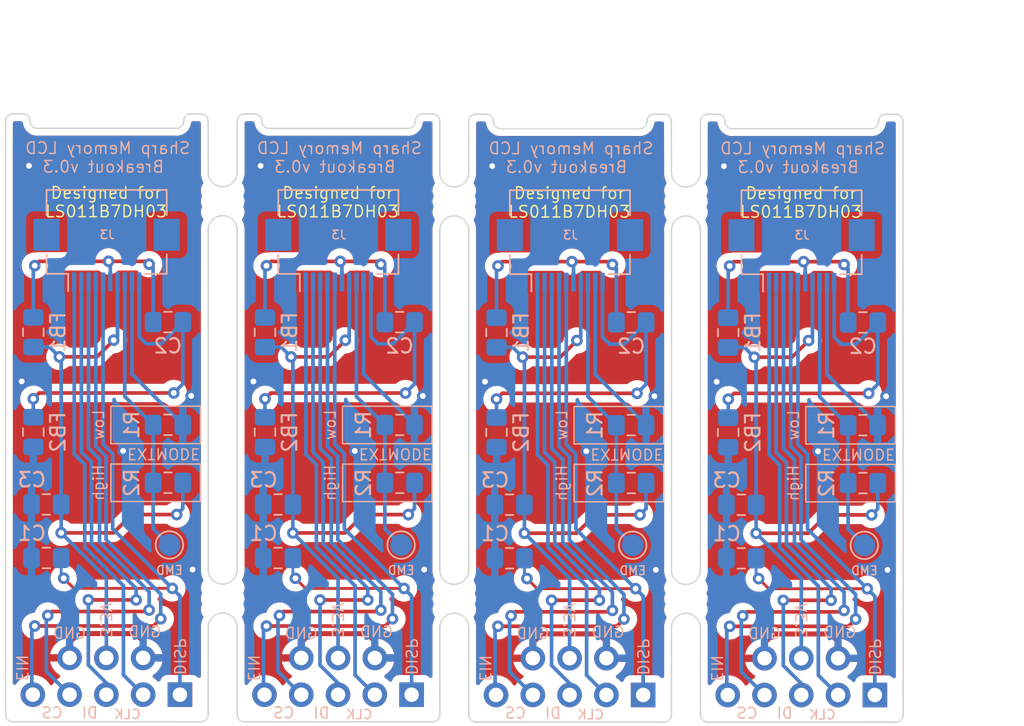
<source format=kicad_pcb>
(kicad_pcb (version 20210228) (generator pcbnew)
  (title_block (title "SHARP Memory LCD Breakout") (date "2021-11-28") (rev "v0.3"))
  (layers (0 "F.Cu" signal) (31 "B.Cu" signal) (34 "B.Paste" user) (35 "F.Paste" user) (36 "B.SilkS" user "B.Silkscreen") (37 "F.SilkS" user "F.Silkscreen") (38 "B.Mask" user) (39 "F.Mask" user) (44 "Edge.Cuts" user))
  (net 0 "")
  (net 1 "GND")
  (net 2 "/DISP")
  (net 3 "+3V3")
  (net 4 "VDDA")
  (net 5 "GNDA")
  (net 6 "/SCLK")
  (net 7 "/SI")
  (net 8 "/SCS")
  (net 9 "/EXTCOMIN")
  (net 10 "/EXTMODE")
  (footprint "SharpMemoryLcdBreakout:mouse-bite-2mm-slot" (layer "F.Cu") (at 85.580808 70.095236 90)
    (fp_text reference "mouse-bite-2mm-slot" hide)
    (fp_text value "VAL**" hide)
  )
  (footprint "SharpMemoryLcdBreakout:PinSocket_2Row_5+3_P2.54mm_Vertical" (layer "F.Cu") (at 82.635095 76.724601 -90)
    (fp_text reference "J1" hide)
    (fp_text value "Pin Header" hide)
  )
  (footprint "" (layer "F.Cu") (at 86.330808 70.095236)
    (fp_text reference "")
    (fp_text value "")
  )
  (footprint "SharpMemoryLcdBreakout:mouse-bite-2mm-slot" (layer "F.Cu") (at 85.580808 42.635037 90)
    (fp_text reference "mouse-bite-2mm-slot" hide)
    (fp_text value "VAL**" hide)
  )
  (footprint "SharpMemoryLcdBreakout:PinSocket_2Row_5+3_P2.54mm_Vertical" (layer "F.Cu") (at 114.625 76.745 -90)
    (fp_text reference "J1" hide)
    (fp_text value "Pin Header" hide)
  )
  (footprint "SharpMemoryLcdBreakout:mouse-bite-2mm-slot" (layer "F.Cu") (at 69.590046 42.619601 90)
    (fp_text reference "mouse-bite-2mm-slot" hide)
    (fp_text value "VAL**" hide)
  )
  (footprint "" (layer "F.Cu") (at 70.340046 70.0798)
    (fp_text reference "")
    (fp_text value "")
  )
  (footprint "SharpMemoryLcdBreakout:mouse-bite-2mm-slot" (layer "F.Cu") (at 101.579951 70.100199 90)
    (fp_text reference "mouse-bite-2mm-slot" hide)
    (fp_text value "VAL**" hide)
  )
  (footprint "SharpMemoryLcdBreakout:PinSocket_2Row_5+3_P2.54mm_Vertical" (layer "F.Cu") (at 98.625857 76.740037 -90)
    (fp_text reference "J1" hide)
    (fp_text value "Pin Header" hide)
  )
  (footprint "SharpMemoryLcdBreakout:PinSocket_2Row_5+3_P2.54mm_Vertical" (layer "F.Cu") (at 66.635952 76.719638 -90)
    (fp_text reference "J1" hide)
    (fp_text value "Pin Header" hide)
  )
  (footprint "SharpMemoryLcdBreakout:mouse-bite-2mm-slot" (layer "F.Cu") (at 69.590046 70.0798 90)
    (fp_text reference "mouse-bite-2mm-slot" hide)
    (fp_text value "VAL**" hide)
  )
  (footprint "SharpMemoryLcdBreakout:mouse-bite-2mm-slot" (layer "F.Cu") (at 101.579951 42.64 90)
    (fp_text reference "mouse-bite-2mm-slot" hide)
    (fp_text value "VAL**" hide)
  )
  (footprint "" (layer "F.Cu") (at 102.329951 70.100199)
    (fp_text reference "")
    (fp_text value "")
  )
  (footprint "Capacitor_SMD:C_0805_2012Metric_Pad1.15x1.40mm_HandSolder" (layer "B.Cu") (at 81.810095 50.979601)
    (fp_text reference "C2")
    (fp_text value "1uF")
  )
  (footprint "Resistor_SMD:R_0805_2012Metric_Pad1.15x1.40mm_HandSolder" (layer "B.Cu") (at 81.810095 62.079601 180)
    (fp_text reference "R2")
    (fp_text value "10kΩ")
  )
  (footprint "Capacitor_SMD:C_0805_2012Metric_Pad1.15x1.40mm_HandSolder" (layer "B.Cu") (at 97.800857 50.995037)
    (fp_text reference "C2")
    (fp_text value "1uF")
  )
  (footprint "Capacitor_SMD:C_0805_2012Metric_Pad1.15x1.40mm_HandSolder" (layer "B.Cu") (at 89.400857 67.295037 180)
    (fp_text reference "C1")
    (fp_text value "560pF")
  )
  (footprint "Capacitor_SMD:C_0805_2012Metric_Pad1.15x1.40mm_HandSolder" (layer "B.Cu") (at 73.410095 67.279601 180)
    (fp_text reference "C1")
    (fp_text value "560pF")
  )
  (footprint "Connector_FFC-FPC:Hirose_FH12-10S-0.5SH_1x10-1MP_P0.50mm_Horizontal" (layer "B.Cu") (at 109.565 46.365)
    (fp_text reference "J3")
    (fp_text value "FH12-10S-0.5SH")
  )
  (footprint "Resistor_SMD:R_0805_2012Metric_Pad1.15x1.40mm_HandSolder" (layer "B.Cu") (at 72.510095 58.579601 -90)
    (fp_text reference "FB2")
    (fp_text value "Ferrite_Bead")
  )
  (footprint "TestPoint:TestPoint_Pad_D1.5mm" (layer "B.Cu") (at 81.910095 66.379601 180)
    (fp_text reference "J2" hide)
    (fp_text value "EMD")
  )
  (footprint "Resistor_SMD:R_0805_2012Metric_Pad1.15x1.40mm_HandSolder" (layer "B.Cu") (at 56.510952 58.574638 -90)
    (fp_text reference "FB2")
    (fp_text value "Ferrite_Bead")
  )
  (footprint "TestPoint:TestPoint_Pad_D1.5mm" (layer "B.Cu") (at 65.910952 66.374638 180)
    (fp_text reference "J2" hide)
    (fp_text value "EMD")
  )
  (footprint "TestPoint:TestPoint_Pad_D1.5mm" (layer "B.Cu") (at 113.9 66.4 180)
    (fp_text reference "J2" hide)
    (fp_text value "EMD")
  )
  (footprint "Capacitor_SMD:C_0805_2012Metric_Pad1.15x1.40mm_HandSolder" (layer "B.Cu") (at 105.4 63.6 180)
    (fp_text reference "C3")
    (fp_text value "1uF")
  )
  (footprint "Capacitor_SMD:C_0805_2012Metric_Pad1.15x1.40mm_HandSolder" (layer "B.Cu") (at 89.400857 63.595037 180)
    (fp_text reference "C3")
    (fp_text value "1uF")
  )
  (footprint "Connector_FFC-FPC:Hirose_FH12-10S-0.5SH_1x10-1MP_P0.50mm_Horizontal" (layer "B.Cu") (at 93.565857 46.360037)
    (fp_text reference "J3")
    (fp_text value "FH12-10S-0.5SH")
  )
  (footprint "Resistor_SMD:R_0805_2012Metric_Pad1.15x1.40mm_HandSolder" (layer "B.Cu") (at 113.8 58.1)
    (fp_text reference "R1")
    (fp_text value "10kΩ")
  )
  (footprint "Connector_FFC-FPC:Hirose_FH12-10S-0.5SH_1x10-1MP_P0.50mm_Horizontal" (layer "B.Cu") (at 61.575952 46.339638)
    (fp_text reference "J3")
    (fp_text value "FH12-10S-0.5SH")
  )
  (footprint "Resistor_SMD:R_0805_2012Metric_Pad1.15x1.40mm_HandSolder" (layer "B.Cu") (at 56.510952 51.674638 -90)
    (fp_text reference "FB1")
    (fp_text value "Ferrite_Bead")
  )
  (footprint "Capacitor_SMD:C_0805_2012Metric_Pad1.15x1.40mm_HandSolder" (layer "B.Cu") (at 105.4 67.3 180)
    (fp_text reference "C1")
    (fp_text value "560pF")
  )
  (footprint "Resistor_SMD:R_0805_2012Metric_Pad1.15x1.40mm_HandSolder" (layer "B.Cu") (at 97.800857 58.095037)
    (fp_text reference "R1")
    (fp_text value "10kΩ")
  )
  (footprint "Capacitor_SMD:C_0805_2012Metric_Pad1.15x1.40mm_HandSolder" (layer "B.Cu") (at 65.810952 50.974638)
    (fp_text reference "C2")
    (fp_text value "1uF")
  )
  (footprint "Resistor_SMD:R_0805_2012Metric_Pad1.15x1.40mm_HandSolder" (layer "B.Cu") (at 65.810952 62.074638 180)
    (fp_text reference "R2")
    (fp_text value "10kΩ")
  )
  (footprint "Resistor_SMD:R_0805_2012Metric_Pad1.15x1.40mm_HandSolder" (layer "B.Cu") (at 97.800857 62.095037 180)
    (fp_text reference "R2")
    (fp_text value "10kΩ")
  )
  (footprint "Capacitor_SMD:C_0805_2012Metric_Pad1.15x1.40mm_HandSolder" (layer "B.Cu") (at 57.410952 63.574638 180)
    (fp_text reference "C3")
    (fp_text value "1uF")
  )
  (footprint "Resistor_SMD:R_0805_2012Metric_Pad1.15x1.40mm_HandSolder" (layer "B.Cu") (at 65.810952 58.074638)
    (fp_text reference "R1")
    (fp_text value "10kΩ")
  )
  (footprint "Resistor_SMD:R_0805_2012Metric_Pad1.15x1.40mm_HandSolder" (layer "B.Cu") (at 104.5 58.6 -90)
    (fp_text reference "FB2")
    (fp_text value "Ferrite_Bead")
  )
  (footprint "Resistor_SMD:R_0805_2012Metric_Pad1.15x1.40mm_HandSolder" (layer "B.Cu") (at 113.8 62.1 180)
    (fp_text reference "R2")
    (fp_text value "10kΩ")
  )
  (footprint "TestPoint:TestPoint_Pad_D1.5mm" (layer "B.Cu") (at 97.900857 66.395037 180)
    (fp_text reference "J2" hide)
    (fp_text value "EMD")
  )
  (footprint "Capacitor_SMD:C_0805_2012Metric_Pad1.15x1.40mm_HandSolder" (layer "B.Cu") (at 113.8 51)
    (fp_text reference "C2")
    (fp_text value "1uF")
  )
  (footprint "Resistor_SMD:R_0805_2012Metric_Pad1.15x1.40mm_HandSolder" (layer "B.Cu") (at 104.5 51.7 -90)
    (fp_text reference "FB1")
    (fp_text value "Ferrite_Bead")
  )
  (footprint "Capacitor_SMD:C_0805_2012Metric_Pad1.15x1.40mm_HandSolder" (layer "B.Cu") (at 57.410952 67.274638 180)
    (fp_text reference "C1")
    (fp_text value "560pF")
  )
  (footprint "Resistor_SMD:R_0805_2012Metric_Pad1.15x1.40mm_HandSolder" (layer "B.Cu") (at 88.500857 58.595037 -90)
    (fp_text reference "FB2")
    (fp_text value "Ferrite_Bead")
  )
  (footprint "Resistor_SMD:R_0805_2012Metric_Pad1.15x1.40mm_HandSolder" (layer "B.Cu") (at 72.510095 51.679601 -90)
    (fp_text reference "FB1")
    (fp_text value "Ferrite_Bead")
  )
  (footprint "Connector_FFC-FPC:Hirose_FH12-10S-0.5SH_1x10-1MP_P0.50mm_Horizontal" (layer "B.Cu") (at 77.575095 46.344601)
    (fp_text reference "J3")
    (fp_text value "FH12-10S-0.5SH")
  )
  (footprint "Resistor_SMD:R_0805_2012Metric_Pad1.15x1.40mm_HandSolder" (layer "B.Cu") (at 81.810095 58.079601)
    (fp_text reference "R1")
    (fp_text value "10kΩ")
  )
  (footprint "Resistor_SMD:R_0805_2012Metric_Pad1.15x1.40mm_HandSolder" (layer "B.Cu") (at 88.500857 51.695037 -90)
    (fp_text reference "FB1")
    (fp_text value "Ferrite_Bead")
  )
  (footprint "Capacitor_SMD:C_0805_2012Metric_Pad1.15x1.40mm_HandSolder" (layer "B.Cu") (at 73.410095 63.579601 180)
    (fp_text reference "C3")
    (fp_text value "1uF")
  )
  (gr_rect (start 61.865952 56.784638) (end 68.055952 59.374638) (layer "B.SilkS") (width 0.1) (fill none))
  (gr_rect (start 93.855857 60.805037) (end 100.045857 63.395037) (layer "B.SilkS") (width 0.1) (fill none))
  (gr_rect (start 109.855 60.81) (end 116.045 63.4) (layer "B.SilkS") (width 0.1) (fill none))
  (gr_rect (start 93.855857 56.805037) (end 100.045857 59.395037) (layer "B.SilkS") (width 0.1) (fill none))
  (gr_rect (start 77.865095 60.789601) (end 84.055095 63.379601) (layer "B.SilkS") (width 0.1) (fill none))
  (gr_rect (start 61.865952 60.784638) (end 68.055952 63.374638) (layer "B.SilkS") (width 0.1) (fill none))
  (gr_rect (start 77.865095 56.789601) (end 84.055095 59.379601) (layer "B.SilkS") (width 0.1) (fill none))
  (gr_rect (start 109.855 56.81) (end 116.045 59.4) (layer "B.SilkS") (width 0.1) (fill none))
  (gr_line (start 99.386055 36.606339) (end 100.072432 36.610061) (layer "Edge.Cuts") (width 0.1))
  (gr_line (start 116.571674 39.118623) (end 116.576475 78.116376) (layer "Edge.Cuts") (width 0.1))
  (gr_arc (start 84.08167 37.094724) (end 84.08167 36.594625) (angle 90) (layer "Edge.Cuts") (width 0.1))
  (gr_line (start 70.590294 44.619601) (end 70.590095 68.0798) (layer "Edge.Cuts") (width 0.1))
  (gr_arc (start 101.58 44.64) (end 102.580199 44.64) (angle -180) (layer "Edge.Cuts") (width 0.1))
  (gr_line (start 84.580658 44.635037) (end 84.580759 68.095236) (layer "Edge.Cuts") (width 0.1))
  (gr_arc (start 100.077233 78.111414) (end 100.577332 78.111413) (angle 90) (layer "Edge.Cuts") (width 0.1))
  (gr_line (start 54.590952 77.644638) (end 54.595952 78.089539) (layer "Edge.Cuts") (width 0.1))
  (gr_arc (start 104.785 37.111401) (end 104.284901 37.111401) (angle -90) (layer "Edge.Cuts") (width 0.1))
  (gr_arc (start 85.580808 68.095236) (end 86.580857 68.095236) (angle 180) (layer "Edge.Cuts") (width 0.1))
  (gr_line (start 87.085956 78.610037) (end 100.077234 78.611513) (layer "Edge.Cuts") (width 0.1))
  (gr_line (start 100.579801 72.100199) (end 100.577332 78.111413) (layer "Edge.Cuts") (width 0.1))
  (gr_arc (start 72.795095 37.091002) (end 72.294996 37.091002) (angle -90) (layer "Edge.Cuts") (width 0.1))
  (gr_arc (start 116.076376 78.116377) (end 116.576475 78.116376) (angle 90) (layer "Edge.Cuts") (width 0.1))
  (gr_line (start 55.096051 78.589638) (end 68.087329 78.591114) (layer "Edge.Cuts") (width 0.1))
  (gr_line (start 100.579801 44.64) (end 100.579902 68.100199) (layer "Edge.Cuts") (width 0.1))
  (gr_arc (start 55.795754 37.086039) (end 56.295853 37.086039) (angle -90) (layer "Edge.Cuts") (width 0.1))
  (gr_line (start 86.581056 44.635037) (end 86.580857 68.095236) (layer "Edge.Cuts") (width 0.1))
  (gr_arc (start 100.072432 37.11016) (end 100.072432 36.610061) (angle 90) (layer "Edge.Cuts") (width 0.1))
  (gr_arc (start 68.087328 78.091015) (end 68.587427 78.091014) (angle 90) (layer "Edge.Cuts") (width 0.1))
  (gr_arc (start 87.085956 78.109939) (end 86.585857 78.109938) (angle -90) (layer "Edge.Cuts") (width 0.1))
  (gr_line (start 103.085 36.611401) (end 103.784802 36.611302) (layer "Edge.Cuts") (width 0.1))
  (gr_arc (start 98.385857 37.106438) (end 98.885956 37.106438) (angle 90) (layer "Edge.Cuts") (width 0.1))
  (gr_line (start 70.590294 72.0798) (end 70.590095 77.649601) (layer "Edge.Cuts") (width 0.1))
  (gr_line (start 68.589896 72.0798) (end 68.587427 78.091014) (layer "Edge.Cuts") (width 0.1))
  (gr_arc (start 114.385 37.111401) (end 114.885099 37.111401) (angle 90) (layer "Edge.Cuts") (width 0.1))
  (gr_arc (start 85.580857 44.635037) (end 86.581056 44.635037) (angle -180) (layer "Edge.Cuts") (width 0.1))
  (gr_line (start 55.095952 36.586039) (end 55.795754 36.58594) (layer "Edge.Cuts") (width 0.1))
  (gr_line (start 54.591151 44.614638) (end 54.590952 68.074837) (layer "Edge.Cuts") (width 0.1))
  (gr_arc (start 99.386055 37.106438) (end 98.885956 37.106438) (angle 90) (layer "Edge.Cuts") (width 0.1))
  (gr_arc (start 83.395293 37.091002) (end 82.895194 37.091002) (angle 90) (layer "Edge.Cuts") (width 0.1))
  (gr_arc (start 82.395095 37.091002) (end 82.895194 37.091002) (angle 90) (layer "Edge.Cuts") (width 0.1))
  (gr_line (start 84.580658 72.095236) (end 84.58657 78.095977) (layer "Edge.Cuts") (width 0.1))
  (gr_arc (start 69.590095 44.619601) (end 70.590294 44.619601) (angle -180) (layer "Edge.Cuts") (width 0.1))
  (gr_line (start 102.580199 44.64) (end 102.58 68.100199) (layer "Edge.Cuts") (width 0.1))
  (gr_line (start 86.581056 72.095236) (end 86.580857 77.665037) (layer "Edge.Cuts") (width 0.1))
  (gr_line (start 71.095194 78.594601) (end 84.086472 78.596077) (layer "Edge.Cuts") (width 0.1))
  (gr_line (start 102.58 39.59) (end 102.58 40.64) (layer "Edge.Cuts") (width 0.1))
  (gr_line (start 68.589896 44.619601) (end 68.589997 68.0798) (layer "Edge.Cuts") (width 0.1))
  (gr_arc (start 88.785857 37.106438) (end 88.285758 37.106438) (angle -90) (layer "Edge.Cuts") (width 0.1))
  (gr_arc (start 55.096051 78.08954) (end 54.595952 78.089539) (angle -90) (layer "Edge.Cuts") (width 0.1))
  (gr_line (start 86.580857 77.665037) (end 86.585857 78.109938) (layer "Edge.Cuts") (width 0.1))
  (gr_line (start 70.590095 77.649601) (end 70.595095 78.094502) (layer "Edge.Cuts") (width 0.1))
  (gr_line (start 71.095095 36.591002) (end 71.794897 36.590903) (layer "Edge.Cuts") (width 0.1))
  (gr_arc (start 87.085857 37.106537) (end 87.085857 36.606438) (angle -90) (layer "Edge.Cuts") (width 0.1))
  (gr_arc (start 71.794897 37.091002) (end 72.294996 37.091002) (angle -90) (layer "Edge.Cuts") (width 0.1))
  (gr_line (start 54.590952 39.564638) (end 54.591151 44.614638) (layer "Edge.Cuts") (width 0.1))
  (gr_arc (start 69.590046 68.0798) (end 70.590095 68.0798) (angle 180) (layer "Edge.Cuts") (width 0.1))
  (gr_arc (start 85.580857 72.095236) (end 86.581056 72.095236) (angle -180) (layer "Edge.Cuts") (width 0.1))
  (gr_line (start 67.39615 36.58594) (end 68.082527 36.589662) (layer "Edge.Cuts") (width 0.1))
  (gr_arc (start 67.39615 37.086039) (end 66.896051 37.086039) (angle 90) (layer "Edge.Cuts") (width 0.1))
  (gr_line (start 86.580857 39.585037) (end 86.580857 40.635037) (layer "Edge.Cuts") (width 0.1))
  (gr_line (start 54.590952 39.564638) (end 54.595853 37.086138) (layer "Edge.Cuts") (width 0.1))
  (gr_arc (start 115.385198 37.111401) (end 114.885099 37.111401) (angle 90) (layer "Edge.Cuts") (width 0.1))
  (gr_arc (start 66.395952 37.086039) (end 66.896051 37.086039) (angle 90) (layer "Edge.Cuts") (width 0.1))
  (gr_arc (start 116.071575 37.115123) (end 116.071575 36.615024) (angle 90) (layer "Edge.Cuts") (width 0.1))
  (gr_arc (start 103.085099 78.114902) (end 102.585 78.114901) (angle -90) (layer "Edge.Cuts") (width 0.1))
  (gr_arc (start 103.085 37.1115) (end 103.085 36.611401) (angle -90) (layer "Edge.Cuts") (width 0.1))
  (gr_arc (start 101.579951 68.100199) (end 102.58 68.100199) (angle 180) (layer "Edge.Cuts") (width 0.1))
  (gr_line (start 116.571674 37.115123) (end 116.571674 39.118623) (layer "Edge.Cuts") (width 0.1))
  (gr_line (start 115.385198 36.611302) (end 116.071575 36.615024) (layer "Edge.Cuts") (width 0.1))
  (gr_line (start 70.590095 39.569601) (end 70.594996 37.091101) (layer "Edge.Cuts") (width 0.1))
  (gr_line (start 68.582626 37.089761) (end 68.589997 40.619601) (layer "Edge.Cuts") (width 0.1))
  (gr_arc (start 85.580808 40.635037) (end 86.580857 40.635037) (angle 180) (layer "Edge.Cuts") (width 0.1))
  (gr_arc (start 71.095095 37.091101) (end 71.095095 36.591002) (angle -90) (layer "Edge.Cuts") (width 0.1))
  (gr_line (start 103.085099 78.615) (end 116.076377 78.616476) (layer "Edge.Cuts") (width 0.1))
  (gr_line (start 87.085857 36.606438) (end 87.785659 36.606339) (layer "Edge.Cuts") (width 0.1))
  (gr_arc (start 71.095194 78.094503) (end 70.595095 78.094502) (angle -90) (layer "Edge.Cuts") (width 0.1))
  (gr_line (start 104.785 37.6115) (end 114.385 37.6115) (layer "Edge.Cuts") (width 0.1))
  (gr_arc (start 69.590046 40.619601) (end 70.590095 40.619601) (angle 180) (layer "Edge.Cuts") (width 0.1))
  (gr_arc (start 101.579951 40.64) (end 102.58 40.64) (angle 180) (layer "Edge.Cuts") (width 0.1))
  (gr_line (start 88.785857 37.606537) (end 98.385857 37.606537) (layer "Edge.Cuts") (width 0.1))
  (gr_line (start 102.580199 72.100199) (end 102.58 77.67) (layer "Edge.Cuts") (width 0.1))
  (gr_arc (start 68.082527 37.089761) (end 68.082527 36.589662) (angle 90) (layer "Edge.Cuts") (width 0.1))
  (gr_line (start 102.58 39.59) (end 102.584901 37.1115) (layer "Edge.Cuts") (width 0.1))
  (gr_arc (start 55.095952 37.086138) (end 55.095952 36.586039) (angle -90) (layer "Edge.Cuts") (width 0.1))
  (gr_arc (start 87.785659 37.106438) (end 88.285758 37.106438) (angle -90) (layer "Edge.Cuts") (width 0.1))
  (gr_arc (start 69.590095 72.0798) (end 70.590294 72.0798) (angle -180) (layer "Edge.Cuts") (width 0.1))
  (gr_arc (start 103.784802 37.111401) (end 104.284901 37.111401) (angle -90) (layer "Edge.Cuts") (width 0.1))
  (gr_arc (start 101.58 72.100199) (end 102.580199 72.100199) (angle -180) (layer "Edge.Cuts") (width 0.1))
  (gr_line (start 83.395293 36.590903) (end 84.08167 36.594625) (layer "Edge.Cuts") (width 0.1))
  (gr_line (start 72.795095 37.591101) (end 82.395095 37.591101) (layer "Edge.Cuts") (width 0.1))
  (gr_line (start 86.580857 39.585037) (end 86.585758 37.106537) (layer "Edge.Cuts") (width 0.1))
  (gr_line (start 70.590095 39.569601) (end 70.590095 40.619601) (layer "Edge.Cuts") (width 0.1))
  (gr_arc (start 56.795952 37.086039) (end 56.295853 37.086039) (angle -90) (layer "Edge.Cuts") (width 0.1))
  (gr_line (start 102.58 77.67) (end 102.585 78.114901) (layer "Edge.Cuts") (width 0.1))
  (gr_arc (start 84.086471 78.095978) (end 84.58657 78.095977) (angle 90) (layer "Edge.Cuts") (width 0.1))
  (gr_line (start 84.581769 37.094724) (end 84.580759 40.635037) (layer "Edge.Cuts") (width 0.1))
  (gr_line (start 100.572531 37.11016) (end 100.579902 40.64) (layer "Edge.Cuts") (width 0.1))
  (gr_line (start 56.795952 37.586138) (end 66.395952 37.586138) (layer "Edge.Cuts") (width 0.1))
  (gr_line (start 54.590952 68.074837) (end 54.590952 77.644638) (layer "Edge.Cuts") (width 0.1))
  (gr_text "High" (at 61.010952 62.074638 90) (layer "B.SilkS") (effects (font (size 0.75 0.75) (thickness 0.1)) (justify mirror)))
  (gr_text "EXTMODE" (at 65.510952 60.074638 180) (layer "B.SilkS") (effects (font (size 0.75 0.75) (thickness 0.1)) (justify mirror)))
  (gr_text "High" (at 93.000857 62.095037 90) (layer "B.SilkS") (effects (font (size 0.75 0.75) (thickness 0.1)) (justify mirror)))
  (gr_text "High" (at 77.010095 62.079601 90) (layer "B.SilkS") (effects (font (size 0.75 0.75) (thickness 0.1)) (justify mirror)))
  (gr_text "Low" (at 77.010095 58.079601 90) (layer "B.SilkS") (effects (font (size 0.75 0.75) (thickness 0.1)) (justify mirror)))
  (gr_text "EIN" (at 71.710095 74.879601 270) (layer "B.SilkS") (effects (font (size 0.75 0.75) (thickness 0.1)) (justify mirror)))
  (gr_text "DISP" (at 114.6 74.1 270) (layer "B.SilkS") (effects (font (size 0.75 0.75) (thickness 0.1)) (justify mirror)))
  (gr_text "GND" (at 59.010952 72.474638) (layer "B.SilkS") (effects (font (size 0.75 0.75) (thickness 0.1)) (justify mirror)))
  (gr_text "CLK" (at 95.000857 78.095037) (layer "B.SilkS") (effects (font (size 0.65 0.65) (thickness 0.1)) (justify mirror)))
  (gr_text "CS" (at 73.810095 77.979601) (layer "B.SilkS") (effects (font (size 0.75 0.75) (thickness 0.1)) (justify mirror)))
  (gr_text "Low" (at 93.000857 58.095037 90) (layer "B.SilkS") (effects (font (size 0.75 0.75) (thickness 0.1)) (justify mirror)))
  (gr_text "EIN" (at 103.7 74.9 270) (layer "B.SilkS") (effects (font (size 0.75 0.75) (thickness 0.1)) (justify mirror)))
  (gr_text "EXTMODE" (at 113.5 60.1 180) (layer "B.SilkS") (effects (font (size 0.75 0.75) (thickness 0.1)) (justify mirror)))
  (gr_text "CLK" (at 79.010095 78.079601) (layer "B.SilkS") (effects (font (size 0.65 0.65) (thickness 0.1)) (justify mirror)))
  (gr_text "CS" (at 105.8 78) (layer "B.SilkS") (effects (font (size 0.75 0.75) (thickness 0.1)) (justify mirror)))
  (gr_text "GND" (at 91.000857 72.495037) (layer "B.SilkS") (effects (font (size 0.75 0.75) (thickness 0.1)) (justify mirror)))
  (gr_text "GND" (at 80.210095 72.379601) (layer "B.SilkS") (effects (font (size 0.75 0.75) (thickness 0.1)) (justify mirror)))
  (gr_text "DISP" (at 66.610952 74.074638 270) (layer "B.SilkS") (effects (font (size 0.75 0.75) (thickness 0.1)) (justify mirror)))
  (gr_text "Low" (at 61.010952 58.074638 90) (layer "B.SilkS") (effects (font (size 0.75 0.75) (thickness 0.1)) (justify mirror)))
  (gr_text "DISP" (at 82.610095 74.079601 270) (layer "B.SilkS") (effects (font (size 0.75 0.75) (thickness 0.1)) (justify mirror)))
  (gr_text "GND" (at 96.200857 72.395037) (layer "B.SilkS") (effects (font (size 0.75 0.75) (thickness 0.1)) (justify mirror)))
  (gr_text "GND" (at 64.210952 72.374638) (layer "B.SilkS") (effects (font (size 0.75 0.75) (thickness 0.1)) (justify mirror)))
  (gr_text "EIN" (at 87.700857 74.895037 270) (layer "B.SilkS") (effects (font (size 0.75 0.75) (thickness 0.1)) (justify mirror)))
  (gr_text "3.3V" (at 77.510095 71.579601 270) (layer "B.SilkS") (effects (font (size 0.75 0.75) (thickness 0.1)) (justify mirror)))
  (gr_text "GND" (at 75.010095 72.479601) (layer "B.SilkS") (effects (font (size 0.75 0.75) (thickness 0.1)) (justify mirror)))
  (gr_text "Sharp Memory LCD \nBreakout v0.3" (at 61.340952 39.594638) (layer "B.SilkS") (effects (font (size 0.8 0.8) (thickness 0.1)) (justify mirror)))
  (gr_text "Sharp Memory LCD \nBreakout v0.3" (at 93.330857 39.615037) (layer "B.SilkS") (effects (font (size 0.8 0.8) (thickness 0.1)) (justify mirror)))
  (gr_text "GND" (at 107 72.5) (layer "B.SilkS") (effects (font (size 0.75 0.75) (thickness 0.1)) (justify mirror)))
  (gr_text "3.3V" (at 61.510952 71.574638 270) (layer "B.SilkS") (effects (font (size 0.75 0.75) (thickness 0.1)) (justify mirror)))
  (gr_text "DISP" (at 98.600857 74.095037 270) (layer "B.SilkS") (effects (font (size 0.75 0.75) (thickness 0.1)) (justify mirror)))
  (gr_text "GND" (at 112.2 72.4) (layer "B.SilkS") (effects (font (size 0.75 0.75) (thickness 0.1)) (justify mirror)))
  (gr_text "DI" (at 76.410095 77.979601) (layer "B.SilkS") (effects (font (size 0.75 0.75) (thickness 0.1)) (justify mirror)))
  (gr_text "Sharp Memory LCD \nBreakout v0.3" (at 109.33 39.62) (layer "B.SilkS") (effects (font (size 0.8 0.8) (thickness 0.1)) (justify mirror)))
  (gr_text "EIN" (at 55.710952 74.874638 270) (layer "B.SilkS") (effects (font (size 0.75 0.75) (thickness 0.1)) (justify mirror)))
  (gr_text "Sharp Memory LCD \nBreakout v0.3" (at 77.340095 39.599601) (layer "B.SilkS") (effects (font (size 0.8 0.8) (thickness 0.1)) (justify mirror)))
  (gr_text "CLK" (at 63.010952 78.074638) (layer "B.SilkS") (effects (font (size 0.65 0.65) (thickness 0.1)) (justify mirror)))
  (gr_text "DI" (at 60.410952 77.974638) (layer "B.SilkS") (effects (font (size 0.75 0.75) (thickness 0.1)) (justify mirror)))
  (gr_text "EXTMODE" (at 81.510095 60.079601 180) (layer "B.SilkS") (effects (font (size 0.75 0.75) (thickness 0.1)) (justify mirror)))
  (gr_text "EXTMODE" (at 97.500857 60.095037 180) (layer "B.SilkS") (effects (font (size 0.75 0.75) (thickness 0.1)) (justify mirror)))
  (gr_text "DI" (at 92.400857 77.995037) (layer "B.SilkS") (effects (font (size 0.75 0.75) (thickness 0.1)) (justify mirror)))
  (gr_text "CLK" (at 111 78.1) (layer "B.SilkS") (effects (font (size 0.65 0.65) (thickness 0.1)) (justify mirror)))
  (gr_text "DI" (at 108.4 78) (layer "B.SilkS") (effects (font (size 0.75 0.75) (thickness 0.1)) (justify mirror)))
  (gr_text "3.3V" (at 109.5 71.6 270) (layer "B.SilkS") (effects (font (size 0.75 0.75) (thickness 0.1)) (justify mirror)))
  (gr_text "3.3V" (at 93.500857 71.595037 270) (layer "B.SilkS") (effects (font (size 0.75 0.75) (thickness 0.1)) (justify mirror)))
  (gr_text "CS" (at 89.800857 77.995037) (layer "B.SilkS") (effects (font (size 0.75 0.75) (thickness 0.1)) (justify mirror)))
  (gr_text "High" (at 109 62.1 90) (layer "B.SilkS") (effects (font (size 0.75 0.75) (thickness 0.1)) (justify mirror)))
  (gr_text "CS" (at 57.810952 77.974638) (layer "B.SilkS") (effects (font (size 0.75 0.75) (thickness 0.1)) (justify mirror)))
  (gr_text "Low" (at 109 58.1 90) (layer "B.SilkS") (effects (font (size 0.75 0.75) (thickness 0.1)) (justify mirror)))
  (gr_text "Designed for\nLS011B7DH03" (at 61.540952 42.684638) (layer "F.SilkS") (effects (font (size 0.8 0.8) (thickness 0.1))))
  (gr_text "Designed for\nLS011B7DH03" (at 77.540095 42.689601) (layer "F.SilkS") (effects (font (size 0.8 0.8) (thickness 0.1))))
  (gr_text "Designed for\nLS011B7DH03" (at 93.530857 42.705037) (layer "F.SilkS") (effects (font (size 0.8 0.8) (thickness 0.1))))
  (gr_text "Designed for\nLS011B7DH03" (at 109.53 42.71) (layer "F.SilkS") (effects (font (size 0.8 0.8) (thickness 0.1))))
  (segment (start 63.565952 72.499638) (end 64.095952 73.029638) (width 0.35) (layer "F.Cu") (net 1))
  (segment (start 80.095095 73.034601) (end 80.095095 74.184601) (width 0.35) (layer "F.Cu") (net 1))
  (segment (start 59.625952 72.499638) (end 63.565952 72.499638) (width 0.35) (layer "F.Cu") (net 1))
  (segment (start 96.085857 73.050037) (end 96.085857 74.200037) (width 0.35) (layer "F.Cu") (net 1))
  (segment (start 107.615 72.525) (end 111.555 72.525) (width 0.35) (layer "F.Cu") (net 1))
  (segment (start 91.005857 73.130037) (end 91.615857 72.520037) (width 0.35) (layer "F.Cu") (net 1))
  (segment (start 95.555857 72.520037) (end 96.085857 73.050037) (width 0.35) (layer "F.Cu") (net 1))
  (segment (start 64.095952 73.029638) (end 64.095952 74.179638) (width 0.35) (layer "F.Cu") (net 1))
  (segment (start 107.005 73.135) (end 107.615 72.525) (width 0.35) (layer "F.Cu") (net 1))
  (segment (start 91.615857 72.520037) (end 95.555857 72.520037) (width 0.35) (layer "F.Cu") (net 1))
  (segment (start 107.005 74.205) (end 107.005 73.135) (width 0.35) (layer "F.Cu") (net 1))
  (segment (start 59.015952 74.179638) (end 59.015952 73.109638) (width 0.35) (layer "F.Cu") (net 1))
  (segment (start 112.085 73.055) (end 112.085 74.205) (width 0.35) (layer "F.Cu") (net 1))
  (segment (start 75.015095 74.184601) (end 75.015095 73.114601) (width 0.35) (layer "F.Cu") (net 1))
  (segment (start 59.015952 73.109638) (end 59.625952 72.499638) (width 0.35) (layer "F.Cu") (net 1))
  (segment (start 91.005857 74.200037) (end 91.005857 73.130037) (width 0.35) (layer "F.Cu") (net 1))
  (segment (start 75.625095 72.504601) (end 79.565095 72.504601) (width 0.35) (layer "F.Cu") (net 1))
  (segment (start 79.565095 72.504601) (end 80.095095 73.034601) (width 0.35) (layer "F.Cu") (net 1))
  (segment (start 111.555 72.525) (end 112.085 73.055) (width 0.35) (layer "F.Cu") (net 1))
  (segment (start 75.015095 73.114601) (end 75.625095 72.504601) (width 0.35) (layer "F.Cu") (net 1))
  (via (at 72.210095 40.179601) (size 0.8) (drill 0.4) (layers "F.Cu" "B.Cu") (net 1))
  (via (at 110.7 59.9) (size 0.8) (drill 0.4) (layers "F.Cu" "B.Cu") (net 1))
  (via (at 115.5 68.1) (size 0.8) (drill 0.4) (layers "F.Cu" "B.Cu") (net 1))
  (via (at 115.4 56.1) (size 0.8) (drill 0.4) (layers "F.Cu" "B.Cu") (net 1))
  (via (at 104.2 40.2) (size 0.8) (drill 0.4) (layers "F.Cu" "B.Cu") (net 1))
  (via (at 67.410952 56.074638) (size 0.8) (drill 0.4) (layers "F.Cu" "B.Cu") (net 1))
  (via (at 71.710095 55.079601) (size 0.8) (drill 0.4) (layers "F.Cu" "B.Cu") (net 1))
  (via (at 87.700857 55.095037) (size 0.8) (drill 0.4) (layers "F.Cu" "B.Cu") (net 1))
  (via (at 62.710952 59.874638) (size 0.8) (drill 0.4) (layers "F.Cu" "B.Cu") (net 1))
  (via (at 55.710952 55.074638) (size 0.8) (drill 0.4) (layers "F.Cu" "B.Cu") (net 1))
  (via (at 88.200857 40.195037) (size 0.8) (drill 0.4) (layers "F.Cu" "B.Cu") (net 1))
  (via (at 103.7 55.1) (size 0.8) (drill 0.4) (layers "F.Cu" "B.Cu") (net 1))
  (via (at 67.510952 68.074638) (size 0.8) (drill 0.4) (layers "F.Cu" "B.Cu") (net 1))
  (via (at 94.700857 59.895037) (size 0.8) (drill 0.4) (layers "F.Cu" "B.Cu") (net 1))
  (via (at 78.710095 59.879601) (size 0.8) (drill 0.4) (layers "F.Cu" "B.Cu") (net 1))
  (via (at 56.210952 40.174638) (size 0.8) (drill 0.4) (layers "F.Cu" "B.Cu") (net 1))
  (via (at 83.510095 68.079601) (size 0.8) (drill 0.4) (layers "F.Cu" "B.Cu") (net 1))
  (via (at 99.500857 68.095037) (size 0.8) (drill 0.4) (layers "F.Cu" "B.Cu") (net 1))
  (via (at 83.410095 56.079601) (size 0.8) (drill 0.4) (layers "F.Cu" "B.Cu") (net 1))
  (via (at 99.400857 56.095037) (size 0.8) (drill 0.4) (layers "F.Cu" "B.Cu") (net 1))
  (segment (start 79.325095 48.194601) (end 79.325095 54.569601) (width 0.254) (layer "B.Cu") (net 1))
  (segment (start 95.315857 48.210037) (end 95.315857 54.585037) (width 0.254) (layer "B.Cu") (net 1))
  (segment (start 79.325095 54.569601) (end 82.835095 58.079601) (width 0.254) (layer "B.Cu") (net 1))
  (segment (start 95.315857 54.585037) (end 98.825857 58.095037) (width 0.254) (layer "B.Cu") (net 1))
  (segment (start 111.315 54.59) (end 114.825 58.1) (width 0.254) (layer "B.Cu") (net 1))
  (segment (start 63.325952 54.564638) (end 66.835952 58.074638) (width 0.254) (layer "B.Cu") (net 1))
  (segment (start 111.315 48.215) (end 111.315 54.59) (width 0.254) (layer "B.Cu") (net 1))
  (segment (start 63.325952 48.189638) (end 63.325952 54.564638) (width 0.254) (layer "B.Cu") (net 1))
  (segment (start 91.300857 69.395037) (end 98.100857 69.395037) (width 0.2) (layer "F.Cu") (net 2))
  (segment (start 90.600857 68.695037) (end 91.300857 69.395037) (width 0.2) (layer "F.Cu") (net 2))
  (segment (start 74.610095 68.679601) (end 75.310095 69.379601) (width 0.2) (layer "F.Cu") (net 2))
  (segment (start 106.6 68.7) (end 107.3 69.4) (width 0.2) (layer "F.Cu") (net 2))
  (segment (start 107.3 69.4) (end 114.1 69.4) (width 0.2) (layer "F.Cu") (net 2))
  (segment (start 58.610952 68.674638) (end 59.310952 69.374638) (width 0.2) (layer "F.Cu") (net 2))
  (segment (start 59.310952 69.374638) (end 66.110952 69.374638) (width 0.2) (layer "F.Cu") (net 2))
  (segment (start 75.310095 69.379601) (end 82.110095 69.379601) (width 0.2) (layer "F.Cu") (net 2))
  (via (at 82.110095 69.379601) (size 0.8) (drill 0.4) (layers "F.Cu" "B.Cu") (net 2))
  (via (at 58.610952 68.674638) (size 0.8) (drill 0.4) (layers "F.Cu" "B.Cu") (net 2))
  (via (at 66.110952 69.374638) (size 0.8) (drill 0.4) (layers "F.Cu" "B.Cu") (net 2))
  (via (at 74.610095 68.679601) (size 0.8) (drill 0.4) (layers "F.Cu" "B.Cu") (net 2))
  (via (at 106.6 68.7) (size 0.8) (drill 0.4) (layers "F.Cu" "B.Cu") (net 2))
  (via (at 114.1 69.4) (size 0.8) (drill 0.4) (layers "F.Cu" "B.Cu") (net 2))
  (via (at 98.100857 69.395037) (size 0.8) (drill 0.4) (layers "F.Cu" "B.Cu") (net 2))
  (via (at 90.600857 68.695037) (size 0.8) (drill 0.4) (layers "F.Cu" "B.Cu") (net 2))
  (segment (start 109.315 48.215) (end 109.315 59.432252) (width 0.254) (layer "B.Cu") (net 2))
  (segment (start 74.435095 68.504601) (end 74.610095 68.679601) (width 0.2) (layer "B.Cu") (net 2))
  (segment (start 109.315 59.432252) (end 109.981247 60.098499) (width 0.254) (layer "B.Cu") (net 2))
  (segment (start 66.635952 69.899638) (end 66.635952 76.719638) (width 0.254) (layer "B.Cu") (net 2))
  (segment (start 93.315857 48.210037) (end 93.315857 59.427289) (width 0.254) (layer "B.Cu") (net 2))
  (segment (start 90.425857 67.295037) (end 90.425857 68.520037) (width 0.2) (layer "B.Cu") (net 2))
  (segment (start 61.992199 65.255885) (end 66.110952 69.374638) (width 0.254) (layer "B.Cu") (net 2))
  (segment (start 61.992199 60.073137) (end 61.992199 65.255885) (width 0.254) (layer "B.Cu") (net 2))
  (segment (start 106.425 67.3) (end 106.425 68.525) (width 0.2) (layer "B.Cu") (net 2))
  (segment (start 77.325095 48.194601) (end 77.325095 59.411853) (width 0.254) (layer "B.Cu") (net 2))
  (segment (start 77.991342 60.0781) (end 77.991342 65.260848) (width 0.254) (layer "B.Cu") (net 2))
  (segment (start 93.315857 59.427289) (end 93.982104 60.093536) (width 0.254) (layer "B.Cu") (net 2))
  (segment (start 61.325952 59.40689) (end 61.992199 60.073137) (width 0.254) (layer "B.Cu") (net 2))
  (segment (start 77.325095 59.411853) (end 77.991342 60.0781) (width 0.254) (layer "B.Cu") (net 2))
  (segment (start 109.981247 60.098499) (end 109.981247 65.281247) (width 0.254) (layer "B.Cu") (net 2))
  (segment (start 93.982104 60.093536) (end 93.982104 65.276284) (width 0.254) (layer "B.Cu") (net 2))
  (segment (start 66.110952 69.374638) (end 66.635952 69.899638) (width 0.254) (layer "B.Cu") (net 2))
  (segment (start 98.625857 69.920037) (end 98.625857 76.740037) (width 0.254) (layer "B.Cu") (net 2))
  (segment (start 114.625 69.925) (end 114.625 76.745) (width 0.254) (layer "B.Cu") (net 2))
  (segment (start 93.982104 65.276284) (end 98.100857 69.395037) (width 0.254) (layer "B.Cu") (net 2))
  (segment (start 98.100857 69.395037) (end 98.625857 69.920037) (width 0.254) (layer "B.Cu") (net 2))
  (segment (start 109.981247 65.281247) (end 114.1 69.4) (width 0.254) (layer "B.Cu") (net 2))
  (segment (start 58.435952 68.499638) (end 58.610952 68.674638) (width 0.2) (layer "B.Cu") (net 2))
  (segment (start 90.425857 68.520037) (end 90.600857 68.695037) (width 0.2) (layer "B.Cu") (net 2))
  (segment (start 106.425 68.525) (end 106.6 68.7) (width 0.2) (layer "B.Cu") (net 2))
  (segment (start 74.435095 67.279601) (end 74.435095 68.504601) (width 0.2) (layer "B.Cu") (net 2))
  (segment (start 114.1 69.4) (end 114.625 69.925) (width 0.254) (layer "B.Cu") (net 2))
  (segment (start 82.110095 69.379601) (end 82.635095 69.904601) (width 0.254) (layer "B.Cu") (net 2))
  (segment (start 82.635095 69.904601) (end 82.635095 76.724601) (width 0.254) (layer "B.Cu") (net 2))
  (segment (start 58.435952 67.274638) (end 58.435952 68.499638) (width 0.2) (layer "B.Cu") (net 2))
  (segment (start 77.991342 65.260848) (end 82.110095 69.379601) (width 0.254) (layer "B.Cu") (net 2))
  (segment (start 61.325952 48.189638) (end 61.325952 59.40689) (width 0.254) (layer "B.Cu") (net 2))
  (segment (start 62.060952 52.224638) (end 60.910952 53.374638) (width 0.254) (layer "F.Cu") (net 3))
  (segment (start 90.425857 65.561411) (end 94.034483 65.561411) (width 0.254) (layer "F.Cu") (net 3))
  (segment (start 111.3 64.3) (end 114.4 64.3) (width 0.254) (layer "F.Cu") (net 3))
  (segment (start 94.034483 65.561411) (end 95.300857 64.295037) (width 0.254) (layer "F.Cu") (net 3))
  (segment (start 76.910095 53.379601) (end 74.310095 53.379601) (width 0.254) (layer "F.Cu") (net 3))
  (segment (start 92.900857 53.395037) (end 90.300857 53.395037) (width 0.254) (layer "F.Cu") (net 3))
  (segment (start 63.310952 64.274638) (end 66.410952 64.274638) (width 0.254) (layer "F.Cu") (net 3))
  (segment (start 108.9 53.4) (end 106.3 53.4) (width 0.254) (layer "F.Cu") (net 3))
  (segment (start 58.435952 65.541012) (end 62.044578 65.541012) (width 0.254) (layer "F.Cu") (net 3))
  (segment (start 94.050857 52.245037) (end 92.900857 53.395037) (width 0.254) (layer "F.Cu") (net 3))
  (segment (start 60.910952 53.374638) (end 58.310952 53.374638) (width 0.254) (layer "F.Cu") (net 3))
  (segment (start 110.05 52.25) (end 108.9 53.4) (width 0.254) (layer "F.Cu") (net 3))
  (segment (start 62.044578 65.541012) (end 63.310952 64.274638) (width 0.254) (layer "F.Cu") (net 3))
  (segment (start 79.310095 64.279601) (end 82.410095 64.279601) (width 0.254) (layer "F.Cu") (net 3))
  (segment (start 95.300857 64.295037) (end 98.400857 64.295037) (width 0.254) (layer "F.Cu") (net 3))
  (segment (start 106.425 65.566374) (end 110.033626 65.566374) (width 0.254) (layer "F.Cu") (net 3))
  (segment (start 74.435095 65.545975) (end 78.043721 65.545975) (width 0.254) (layer "F.Cu") (net 3))
  (segment (start 78.060095 52.229601) (end 76.910095 53.379601) (width 0.254) (layer "F.Cu") (net 3))
  (segment (start 110.033626 65.566374) (end 111.3 64.3) (width 0.254) (layer "F.Cu") (net 3))
  (segment (start 78.043721 65.545975) (end 79.310095 64.279601) (width 0.254) (layer "F.Cu") (net 3))
  (via (at 110.05 52.25) (size 0.8) (drill 0.4) (layers "F.Cu" "B.Cu") (net 3))
  (via (at 74.310095 53.379601) (size 0.8) (drill 0.4) (layers "F.Cu" "B.Cu") (net 3))
  (via (at 90.425857 65.561411) (size 0.8) (drill 0.4) (layers "F.Cu" "B.Cu") (net 3))
  (via (at 90.300857 53.395037) (size 0.8) (drill 0.4) (layers "F.Cu" "B.Cu") (net 3))
  (via (at 106.425 65.566374) (size 0.8) (drill 0.4) (layers "F.Cu" "B.Cu") (net 3))
  (via (at 66.410952 64.274638) (size 0.8) (drill 0.4) (layers "F.Cu" "B.Cu") (net 3))
  (via (at 78.060095 52.229601) (size 0.8) (drill 0.4) (layers "F.Cu" "B.Cu") (net 3))
  (via (at 106.3 53.4) (size 0.8) (drill 0.4) (layers "F.Cu" "B.Cu") (net 3))
  (via (at 58.435952 65.541012) (size 0.8) (drill 0.4) (layers "F.Cu" "B.Cu") (net 3))
  (via (at 82.410095 64.279601) (size 0.8) (drill 0.4) (layers "F.Cu" "B.Cu") (net 3))
  (via (at 94.050857 52.245037) (size 0.8) (drill 0.4) (layers "F.Cu" "B.Cu") (net 3))
  (via (at 58.310952 53.374638) (size 0.8) (drill 0.4) (layers "F.Cu" "B.Cu") (net 3))
  (via (at 74.435095 65.545975) (size 0.8) (drill 0.4) (layers "F.Cu" "B.Cu") (net 3))
  (via (at 62.060952 52.224638) (size 0.8) (drill 0.4) (layers "F.Cu" "B.Cu") (net 3))
  (via (at 114.4 64.3) (size 0.8) (drill 0.4) (layers "F.Cu" "B.Cu") (net 3))
  (via (at 98.400857 64.295037) (size 0.8) (drill 0.4) (layers "F.Cu" "B.Cu") (net 3))
  (segment (start 94.315857 51.980037) (end 94.050857 52.245037) (width 0.254) (layer "B.Cu") (net 3))
  (segment (start 110.315 48.215) (end 110.315 51.985) (width 0.254) (layer "B.Cu") (net 3))
  (segment (start 94.050857 52.245037) (end 94.000857 52.295037) (width 0.254) (layer "B.Cu") (net 3))
  (segment (start 82.835095 62.079601) (end 82.835095 63.854601) (width 0.254) (layer "B.Cu") (net 3))
  (segment (start 74.435095 53.504601) (end 74.435095 63.579601) (width 0.254) (layer "B.Cu") (net 3))
  (segment (start 104.5 52.725) (end 105.625 52.725) (width 0.254) (layer "B.Cu") (net 3))
  (segment (start 56.510952 52.699638) (end 57.635952 52.699638) (width 0.254) (layer "B.Cu") (net 3))
  (segment (start 114.825 63.875) (end 114.4 64.3) (width 0.254) (layer "B.Cu") (net 3))
  (segment (start 73.635095 52.704601) (end 74.310095 53.379601) (width 0.254) (layer "B.Cu") (net 3))
  (segment (start 106.3 53.4) (end 106.425 53.525) (width 0.254) (layer "B.Cu") (net 3))
  (segment (start 61.555952 68.661012) (end 58.435952 65.541012) (width 0.254) (layer "B.Cu") (net 3))
  (segment (start 66.835952 63.849638) (end 66.410952 64.274638) (width 0.254) (layer "B.Cu") (net 3))
  (segment (start 89.625857 52.720037) (end 90.300857 53.395037) (width 0.254) (layer "B.Cu") (net 3))
  (segment (start 66.835952 62.074638) (end 66.835952 63.849638) (width 0.254) (layer "B.Cu") (net 3))
  (segment (start 58.435952 53.499638) (end 58.435952 63.574638) (width 0.254) (layer "B.Cu") (net 3))
  (segment (start 109.545 74.205) (end 109.545 68.686374) (width 0.254) (layer "B.Cu") (net 3))
  (segment (start 98.825857 62.095037) (end 98.825857 63.870037) (width 0.254) (layer "B.Cu") (net 3))
  (segment (start 106.425 65.566374) (end 106.425 63.6) (width 0.254) (layer "B.Cu") (net 3))
  (segment (start 74.435095 65.545975) (end 74.435095 63.579601) (width 0.254) (layer "B.Cu") (net 3))
  (segment (start 110.315 51.985) (end 110.05 52.25) (width 0.254) (layer "B.Cu") (net 3))
  (segment (start 114.825 62.1) (end 114.825 63.875) (width 0.254) (layer "B.Cu") (net 3))
  (segment (start 90.425857 65.561411) (end 90.425857 63.595037) (width 0.254) (layer "B.Cu") (net 3))
  (segment (start 78.325095 51.964601) (end 78.060095 52.229601) (width 0.254) (layer "B.Cu") (net 3))
  (segment (start 93.545857 74.200037) (end 93.545857 68.681411) (width 0.254) (layer "B.Cu") (net 3))
  (segment (start 78.325095 48.194601) (end 78.325095 51.964601) (width 0.254) (layer "B.Cu") (net 3))
  (segment (start 77.555095 68.665975) (end 74.435095 65.545975) (width 0.254) (layer "B.Cu") (net 3))
  (segment (start 105.625 52.725) (end 106.3 53.4) (width 0.254) (layer "B.Cu") (net 3))
  (segment (start 88.500857 52.720037) (end 89.625857 52.720037) (width 0.254) (layer "B.Cu") (net 3))
  (segment (start 62.325952 48.189638) (end 62.325952 51.959638) (width 0.254) (layer "B.Cu") (net 3))
  (segment (start 72.510095 52.704601) (end 73.635095 52.704601) (width 0.254) (layer "B.Cu") (net 3))
  (segment (start 74.310095 53.379601) (end 74.435095 53.504601) (width 0.254) (layer "B.Cu") (net 3))
  (segment (start 94.315857 48.210037) (end 94.315857 51.980037) (width 0.254) (layer "B.Cu") (net 3))
  (segment (start 90.300857 53.395037) (end 90.425857 53.520037) (width 0.254) (layer "B.Cu") (net 3))
  (segment (start 110.05 52.25) (end 110 52.3) (width 0.254) (layer "B.Cu") (net 3))
  (segment (start 58.310952 53.374638) (end 58.435952 53.499638) (width 0.254) (layer "B.Cu") (net 3))
  (segment (start 82.835095 63.854601) (end 82.410095 64.279601) (width 0.254) (layer "B.Cu") (net 3))
  (segment (start 106.425 53.525) (end 106.425 63.6) (width 0.254) (layer "B.Cu") (net 3))
  (segment (start 77.555095 74.184601) (end 77.555095 68.665975) (width 0.254) (layer "B.Cu") (net 3))
  (segment (start 98.825857 63.870037) (end 98.400857 64.295037) (width 0.254) (layer "B.Cu") (net 3))
  (segment (start 109.545 68.686374) (end 106.425 65.566374) (width 0.254) (layer "B.Cu") (net 3))
  (segment (start 57.635952 52.699638) (end 58.310952 53.374638) (width 0.254) (layer "B.Cu") (net 3))
  (segment (start 90.425857 53.520037) (end 90.425857 63.595037) (width 0.254) (layer "B.Cu") (net 3))
  (segment (start 61.555952 74.179638) (end 61.555952 68.661012) (width 0.254) (layer "B.Cu") (net 3))
  (segment (start 93.545857 68.681411) (end 90.425857 65.561411) (width 0.254) (layer "B.Cu") (net 3))
  (segment (start 62.325952 51.959638) (end 62.060952 52.224638) (width 0.254) (layer "B.Cu") (net 3))
  (segment (start 62.060952 52.224638) (end 62.010952 52.274638) (width 0.254) (layer "B.Cu") (net 3))
  (segment (start 58.435952 65.541012) (end 58.435952 63.574638) (width 0.254) (layer "B.Cu") (net 3))
  (segment (start 78.060095 52.229601) (end 78.010095 52.279601) (width 0.254) (layer "B.Cu") (net 3))
  (segment (start 64.310952 46.774638) (end 61.710952 46.774638) (width 0.254) (layer "F.Cu") (net 4))
  (segment (start 96.500857 46.995037) (end 96.300857 46.795037) (width 0.254) (layer "F.Cu") (net 4))
  (segment (start 109.7 46.8) (end 104.9 46.8) (width 0.254) (layer "F.Cu") (net 4))
  (segment (start 61.710952 46.774638) (end 56.910952 46.774638) (width 0.254) (layer "F.Cu") (net 4))
  (segment (start 112.3 46.8) (end 109.7 46.8) (width 0.254) (layer "F.Cu") (net 4))
  (segment (start 104.9 46.8) (end 104.6 47.1) (width 0.254) (layer "F.Cu") (net 4))
  (segment (start 64.510952 46.974638) (end 64.310952 46.774638) (width 0.254) (layer "F.Cu") (net 4))
  (segment (start 80.510095 46.979601) (end 80.310095 46.779601) (width 0.254) (layer "F.Cu") (net 4))
  (segment (start 96.300857 46.795037) (end 93.700857 46.795037) (width 0.254) (layer "F.Cu") (net 4))
  (segment (start 80.310095 46.779601) (end 77.710095 46.779601) (width 0.254) (layer "F.Cu") (net 4))
  (segment (start 77.710095 46.779601) (end 72.910095 46.779601) (width 0.254) (layer "F.Cu") (net 4))
  (segment (start 72.910095 46.779601) (end 72.610095 47.079601) (width 0.254) (layer "F.Cu") (net 4))
  (segment (start 88.900857 46.795037) (end 88.600857 47.095037) (width 0.254) (layer "F.Cu") (net 4))
  (segment (start 93.700857 46.795037) (end 88.900857 46.795037) (width 0.254) (layer "F.Cu") (net 4))
  (segment (start 112.5 47) (end 112.3 46.8) (width 0.254) (layer "F.Cu") (net 4))
  (segment (start 56.910952 46.774638) (end 56.610952 47.074638) (width 0.254) (layer "F.Cu") (net 4))
  (via (at 72.610095 47.079601) (size 0.8) (drill 0.4) (layers "F.Cu" "B.Cu") (net 4))
  (via (at 104.6 47.1) (size 0.8) (drill 0.4) (layers "F.Cu" "B.Cu") (net 4))
  (via (at 56.610952 47.074638) (size 0.8) (drill 0.4) (layers "F.Cu" "B.Cu") (net 4))
  (via (at 96.500857 46.995037) (size 0.8) (drill 0.4) (layers "F.Cu" "B.Cu") (net 4))
  (via (at 80.510095 46.979601) (size 0.8) (drill 0.4) (layers "F.Cu" "B.Cu") (net 4))
  (via (at 61.710952 46.774638) (size 0.8) (drill 0.4) (layers "F.Cu" "B.Cu") (net 4))
  (via (at 88.600857 47.095037) (size 0.8) (drill 0.4) (layers "F.Cu" "B.Cu") (net 4))
  (via (at 93.700857 46.795037) (size 0.8) (drill 0.4) (layers "F.Cu" "B.Cu") (net 4))
  (via (at 112.5 47) (size 0.8) (drill 0.4) (layers "F.Cu" "B.Cu") (net 4))
  (via (at 64.510952 46.974638) (size 0.8) (drill 0.4) (layers "F.Cu" "B.Cu") (net 4))
  (via (at 77.710095 46.779601) (size 0.8) (drill 0.4) (layers "F.Cu" "B.Cu") (net 4))
  (via (at 109.7 46.8) (size 0.8) (drill 0.4) (layers "F.Cu" "B.Cu") (net 4))
  (segment (start 77.825095 48.194601) (end 77.825095 46.894601) (width 0.254) (layer "B.Cu") (net 4))
  (segment (start 61.825952 48.189638) (end 61.825952 46.889638) (width 0.254) (layer "B.Cu") (net 4))
  (segment (start 109.815 48.215) (end 109.815 46.915) (width 0.254) (layer "B.Cu") (net 4))
  (segment (start 61.825952 46.889638) (end 61.710952 46.774638) (width 0.254) (layer "B.Cu") (net 4))
  (segment (start 80.785095 48.004601) (end 80.785095 50.979601) (width 0.254) (layer "B.Cu") (net 4))
  (segment (start 96.775857 48.020037) (end 96.775857 50.995037) (width 0.254) (layer "B.Cu") (net 4))
  (segment (start 112.775 48.025) (end 112.775 51) (width 0.254) (layer "B.Cu") (net 4))
  (segment (start 96.775857 47.270037) (end 96.775857 48.020037) (width 0.254) (layer "B.Cu") (net 4))
  (segment (start 64.785952 47.249638) (end 64.785952 47.999638) (width 0.254) (layer "B.Cu") (net 4))
  (segment (start 88.500857 47.195037) (end 88.600857 47.095037) (width 0.254) (layer "B.Cu") (net 4))
  (segment (start 56.510952 47.174638) (end 56.610952 47.074638) (width 0.254) (layer "B.Cu") (net 4))
  (segment (start 64.510952 46.974638) (end 64.785952 47.249638) (width 0.254) (layer "B.Cu") (net 4))
  (segment (start 80.510095 46.979601) (end 80.785095 47.254601) (width 0.254) (layer "B.Cu") (net 4))
  (segment (start 96.500857 46.995037) (end 96.775857 47.270037) (width 0.254) (layer "B.Cu") (net 4))
  (segment (start 56.510952 50.649638) (end 56.510952 47.174638) (width 0.254) (layer "B.Cu") (net 4))
  (segment (start 72.510095 50.654601) (end 72.510095 47.179601) (width 0.254) (layer "B.Cu") (net 4))
  (segment (start 112.5 47) (end 112.775 47.275) (width 0.254) (layer "B.Cu") (net 4))
  (segment (start 64.785952 47.999638) (end 64.785952 50.974638) (width 0.254) (layer "B.Cu") (net 4))
  (segment (start 109.815 46.915) (end 109.7 46.8) (width 0.254) (layer "B.Cu") (net 4))
  (segment (start 93.815857 46.910037) (end 93.700857 46.795037) (width 0.254) (layer "B.Cu") (net 4))
  (segment (start 77.825095 46.894601) (end 77.710095 46.779601) (width 0.254) (layer "B.Cu") (net 4))
  (segment (start 104.5 47.2) (end 104.6 47.1) (width 0.254) (layer "B.Cu") (net 4))
  (segment (start 93.815857 48.210037) (end 93.815857 46.910037) (width 0.254) (layer "B.Cu") (net 4))
  (segment (start 104.5 50.675) (end 104.5 47.2) (width 0.254) (layer "B.Cu") (net 4))
  (segment (start 72.510095 47.179601) (end 72.610095 47.079601) (width 0.254) (layer "B.Cu") (net 4))
  (segment (start 80.785095 47.254601) (end 80.785095 48.004601) (width 0.254) (layer "B.Cu") (net 4))
  (segment (start 112.775 47.275) (end 112.775 48.025) (width 0.254) (layer "B.Cu") (net 4))
  (segment (start 88.500857 50.670037) (end 88.500857 47.195037) (width 0.254) (layer "B.Cu") (net 4))
  (segment (start 88.500857 56.295037) (end 88.900857 55.895037) (width 0.254) (layer "F.Cu") (net 5))
  (segment (start 104.5 56.3) (end 104.9 55.9) (width 0.254) (layer "F.Cu") (net 5))
  (segment (start 88.900857 55.895037) (end 98.200857 55.895037) (width 0.254) (layer "F.Cu") (net 5))
  (segment (start 56.510952 56.274638) (end 56.910952 55.874638) (width 0.254) (layer "F.Cu") (net 5))
  (segment (start 72.910095 55.879601) (end 82.210095 55.879601) (width 0.254) (layer "F.Cu") (net 5))
  (segment (start 72.510095 56.279601) (end 72.910095 55.879601) (width 0.254) (layer "F.Cu") (net 5))
  (segment (start 56.910952 55.874638) (end 66.210952 55.874638) (width 0.254) (layer "F.Cu") (net 5))
  (segment (start 104.9 55.9) (end 114.2 55.9) (width 0.254) (layer "F.Cu") (net 5))
  (via (at 66.210952 55.874638) (size 0.8) (drill 0.4) (layers "F.Cu" "B.Cu") (net 5))
  (via (at 72.510095 56.279601) (size 0.8) (drill 0.4) (layers "F.Cu" "B.Cu") (net 5))
  (via (at 114.2 55.9) (size 0.8) (drill 0.4) (layers "F.Cu" "B.Cu") (net 5))
  (via (at 56.510952 56.274638) (size 0.8) (drill 0.4) (layers "F.Cu" "B.Cu") (net 5))
  (via (at 98.200857 55.895037) (size 0.8) (drill 0.4) (layers "F.Cu" "B.Cu") (net 5))
  (via (at 88.500857 56.295037) (size 0.8) (drill 0.4) (layers "F.Cu" "B.Cu") (net 5))
  (via (at 82.210095 55.879601) (size 0.8) (drill 0.4) (layers "F.Cu" "B.Cu") (net 5))
  (via (at 104.5 56.3) (size 0.8) (drill 0.4) (layers "F.Cu" "B.Cu") (net 5))
  (segment (start 81.335095 52.479601) (end 82.835095 50.979601) (width 0.254) (layer "B.Cu") (net 5))
  (segment (start 65.335952 52.474638) (end 66.835952 50.974638) (width 0.254) (layer "B.Cu") (net 5))
  (segment (start 96.300857 52.495037) (end 97.325857 52.495037) (width 0.254) (layer "B.Cu") (net 5))
  (segment (start 80.310095 52.479601) (end 81.335095 52.479601) (width 0.254) (layer "B.Cu") (net 5))
  (segment (start 95.815857 52.010037) (end 96.300857 52.495037) (width 0.254) (layer "B.Cu") (net 5))
  (segment (start 63.825952 48.189638) (end 63.825952 51.989638) (width 0.254) (layer "B.Cu") (net 5))
  (segment (start 82.835095 55.254601) (end 82.835095 50.979601) (width 0.254) (layer "B.Cu") (net 5))
  (segment (start 114.825 55.275) (end 114.825 51) (width 0.254) (layer "B.Cu") (net 5))
  (segment (start 111.815 52.015) (end 112.3 52.5) (width 0.254) (layer "B.Cu") (net 5))
  (segment (start 95.815857 48.210037) (end 95.815857 52.010037) (width 0.254) (layer "B.Cu") (net 5))
  (segment (start 66.835952 55.249638) (end 66.835952 50.974638) (width 0.254) (layer "B.Cu") (net 5))
  (segment (start 111.815 48.215) (end 111.815 52.015) (width 0.254) (layer "B.Cu") (net 5))
  (segment (start 82.610095 50.979601) (end 82.835095 50.979601) (width 0.254) (layer "B.Cu") (net 5))
  (segment (start 63.825952 51.989638) (end 64.310952 52.474638) (width 0.254) (layer "B.Cu") (net 5))
  (segment (start 82.210095 55.879601) (end 82.835095 55.254601) (width 0.254) (layer "B.Cu") (net 5))
  (segment (start 114.6 51) (end 114.825 51) (width 0.254) (layer "B.Cu") (net 5))
  (segment (start 98.600857 50.995037) (end 98.825857 50.995037) (width 0.254) (layer "B.Cu") (net 5))
  (segment (start 66.610952 50.974638) (end 66.835952 50.974638) (width 0.254) (layer "B.Cu") (net 5))
  (segment (start 72.510095 57.554601) (end 72.510095 56.279601) (width 0.254) (layer "B.Cu") (net 5))
  (segment (start 114.2 55.9) (end 114.825 55.275) (width 0.254) (layer "B.Cu") (net 5))
  (segment (start 113.325 52.5) (end 114.825 51) (width 0.254) (layer "B.Cu") (net 5))
  (segment (start 79.825095 51.994601) (end 80.310095 52.479601) (width 0.254) (layer "B.Cu") (net 5))
  (segment (start 88.500857 57.570037) (end 88.500857 56.295037) (width 0.254) (layer "B.Cu") (net 5))
  (segment (start 104.5 57.575) (end 104.5 56.3) (width 0.254) (layer "B.Cu") (net 5))
  (segment (start 56.510952 57.549638) (end 56.510952 56.274638) (width 0.254) (layer "B.Cu") (net 5))
  (segment (start 66.210952 55.874638) (end 66.835952 55.249638) (width 0.254) (layer "B.Cu") (net 5))
  (segment (start 112.3 52.5) (end 113.325 52.5) (width 0.254) (layer "B.Cu") (net 5))
  (segment (start 64.310952 52.474638) (end 65.335952 52.474638) (width 0.254) (layer "B.Cu") (net 5))
  (segment (start 97.325857 52.495037) (end 98.825857 50.995037) (width 0.254) (layer "B.Cu") (net 5))
  (segment (start 98.200857 55.895037) (end 98.825857 55.270037) (width 0.254) (layer "B.Cu") (net 5))
  (segment (start 98.825857 55.270037) (end 98.825857 50.995037) (width 0.254) (layer "B.Cu") (net 5))
  (segment (start 79.825095 48.194601) (end 79.825095 51.994601) (width 0.254) (layer "B.Cu") (net 5))
  (segment (start 76.060095 66.529601) (end 76.060095 60.829601) (width 0.254) (layer "B.Cu") (net 6))
  (segment (start 91.327377 48.221557) (end 91.315857 48.210037) (width 0.254) (layer "B.Cu") (net 6))
  (segment (start 76.060095 60.829601) (end 75.336615 60.106121) (width 0.254) (layer "B.Cu") (net 6))
  (segment (start 62.732463 69.196149) (end 60.060952 66.524638) (width 0.254) (layer "B.Cu") (net 6))
  (segment (start 108.05 66.55) (end 108.05 60.85) (width 0.254) (layer "B.Cu") (net 6))
  (segment (start 75.336615 48.206121) (end 75.325095 48.194601) (width 0.254) (layer "B.Cu") (net 6))
  (segment (start 62.732463 75.356149) (end 62.732463 69.196149) (width 0.254) (layer "B.Cu") (net 6))
  (segment (start 107.32652 60.12652) (end 107.32652 48.22652) (width 0.254) (layer "B.Cu") (net 6))
  (segment (start 92.050857 60.845037) (end 91.327377 60.121557) (width 0.254) (layer "B.Cu") (net 6))
  (segment (start 78.731606 69.201112) (end 78.410095 68.879601) (width 0.254) (layer "B.Cu") (net 6))
  (segment (start 112.085 76.745) (end 110.721511 75.381511) (width 0.254) (layer "B.Cu") (net 6))
  (segment (start 80.095095 76.724601) (end 78.731606 75.361112) (width 0.254) (layer "B.Cu") (net 6))
  (segment (start 92.050857 66.545037) (end 92.050857 60.845037) (width 0.254) (layer "B.Cu") (net 6))
  (segment (start 94.722368 69.216548) (end 94.400857 68.895037) (width 0.254) (layer "B.Cu") (net 6))
  (segment (start 96.085857 76.740037) (end 94.722368 75.376548) (width 0.254) (layer "B.Cu") (net 6))
  (segment (start 60.060952 66.524638) (end 60.060952 60.824638) (width 0.254) (layer "B.Cu") (net 6))
  (segment (start 64.095952 76.719638) (end 62.732463 75.356149) (width 0.254) (layer "B.Cu") (net 6))
  (segment (start 60.060952 60.824638) (end 59.337472 60.101158) (width 0.254) (layer "B.Cu") (net 6))
  (segment (start 59.337472 48.201158) (end 59.325952 48.189638) (width 0.254) (layer "B.Cu") (net 6))
  (segment (start 75.336615 60.106121) (end 75.336615 48.206121) (width 0.254) (layer "B.Cu") (net 6))
  (segment (start 94.722368 69.216548) (end 92.050857 66.545037) (width 0.254) (layer "B.Cu") (net 6))
  (segment (start 94.722368 75.376548) (end 94.722368 69.216548) (width 0.254) (layer "B.Cu") (net 6))
  (segment (start 62.732463 69.196149) (end 62.410952 68.874638) (width 0.254) (layer "B.Cu") (net 6))
  (segment (start 108.05 60.85) (end 107.32652 60.12652) (width 0.254) (layer "B.Cu") (net 6))
  (segment (start 110.721511 75.381511) (end 110.721511 69.221511) (width 0.254) (layer "B.Cu") (net 6))
  (segment (start 91.327377 60.121557) (end 91.327377 48.221557) (width 0.254) (layer "B.Cu") (net 6))
  (segment (start 78.731606 75.361112) (end 78.731606 69.201112) (width 0.254) (layer "B.Cu") (net 6))
  (segment (start 78.731606 69.201112) (end 76.060095 66.529601) (width 0.254) (layer "B.Cu") (net 6))
  (segment (start 110.721511 69.221511) (end 108.05 66.55) (width 0.254) (layer "B.Cu") (net 6))
  (segment (start 110.721511 69.221511) (end 110.4 68.9) (width 0.254) (layer "B.Cu") (net 6))
  (segment (start 59.337472 60.101158) (end 59.337472 48.201158) (width 0.254) (layer "B.Cu") (net 6))
  (segment (start 107.32652 48.22652) (end 107.315 48.215) (width 0.254) (layer "B.Cu") (net 6))
  (segment (start 60.310952 70.174638) (end 63.610952 70.174638) (width 0.254) (layer "F.Cu") (net 7))
  (segment (start 92.300857 70.195037) (end 95.600857 70.195037) (width 0.254) (layer "F.Cu") (net 7))
  (segment (start 76.310095 70.179601) (end 79.610095 70.179601) (width 0.254) (layer "F.Cu") (net 7))
  (segment (start 108.3 70.2) (end 111.6 70.2) (width 0.254) (layer "F.Cu") (net 7))
  (via (at 108.3 70.2) (size 0.8) (drill 0.4) (layers "F.Cu" "B.Cu") (net 7))
  (via (at 63.610952 70.174638) (size 0.8) (drill 0.4) (layers "F.Cu" "B.Cu") (net 7))
  (via (at 60.310952 70.174638) (size 0.8) (drill 0.4) (layers "F.Cu" "B.Cu") (net 7))
  (via (at 76.310095 70.179601) (size 0.8) (drill 0.4) (layers "F.Cu" "B.Cu") (net 7))
  (via (at 111.6 70.2) (size 0.8) (drill 0.4) (layers "F.Cu" "B.Cu") (net 7))
  (via (at 92.300857 70.195037) (size 0.8) (drill 0.4) (layers "F.Cu" "B.Cu") (net 7))
  (via (at 79.610095 70.179601) (size 0.8) (drill 0.4) (layers "F.Cu" "B.Cu") (net 7))
  (via (at 95.600857 70.195037) (size 0.8) (drill 0.4) (layers "F.Cu" "B.Cu") (net 7))
  (segment (start 93.545857 75.941274) (end 92.300857 74.696274) (width 0.254) (layer "B.Cu") (net 7))
  (segment (start 111.6 70.2) (end 111.6 69.4) (width 0.254) (layer "B.Cu") (net 7))
  (segment (start 79.610095 70.179601) (end 79.610095 69.379601) (width 0.254) (layer "B.Cu") (net 7))
  (segment (start 77.555095 75.925838) (end 76.310095 74.680838) (width 0.254) (layer "B.Cu") (net 7))
  (segment (start 75.825095 59.953227) (end 76.530782 60.658914) (width 0.254) (layer "B.Cu") (net 7))
  (segment (start 107.815 48.215) (end 107.815 59.973626) (width 0.254) (layer "B.Cu") (net 7))
  (segment (start 95.600857 69.395037) (end 92.521544 66.315724) (width 0.254) (layer "B.Cu") (net 7))
  (segment (start 76.310095 74.680838) (end 76.310095 70.179601) (width 0.254) (layer "B.Cu") (net 7))
  (segment (start 75.825095 48.194601) (end 75.825095 59.953227) (width 0.254) (layer "B.Cu") (net 7))
  (segment (start 61.555952 76.719638) (end 61.555952 75.920875) (width 0.254) (layer "B.Cu") (net 7))
  (segment (start 91.815857 48.210037) (end 91.815857 59.968663) (width 0.254) (layer "B.Cu") (net 7))
  (segment (start 59.825952 59.948264) (end 60.531639 60.653951) (width 0.254) (layer "B.Cu") (net 7))
  (segment (start 109.545 76.745) (end 109.545 75.946237) (width 0.254) (layer "B.Cu") (net 7))
  (segment (start 63.610952 70.174638) (end 63.610952 69.374638) (width 0.254) (layer "B.Cu") (net 7))
  (segment (start 111.6 69.4) (end 108.520687 66.320687) (width 0.254) (layer "B.Cu") (net 7))
  (segment (start 59.825952 48.189638) (end 59.825952 59.948264) (width 0.254) (layer "B.Cu") (net 7))
  (segment (start 92.521544 66.315724) (end 92.521544 60.67435) (width 0.254) (layer "B.Cu") (net 7))
  (segment (start 76.530782 66.300288) (end 76.530782 60.658914) (width 0.254) (layer "B.Cu") (net 7))
  (segment (start 79.610095 69.379601) (end 76.530782 66.300288) (width 0.254) (layer "B.Cu") (net 7))
  (segment (start 95.600857 70.195037) (end 95.600857 69.395037) (width 0.254) (layer "B.Cu") (net 7))
  (segment (start 108.3 74.701237) (end 108.3 70.2) (width 0.254) (layer "B.Cu") (net 7))
  (segment (start 61.555952 75.920875) (end 60.310952 74.675875) (width 0.254) (layer "B.Cu") (net 7))
  (segment (start 92.300857 74.696274) (end 92.300857 70.195037) (width 0.254) (layer "B.Cu") (net 7))
  (segment (start 91.815857 59.968663) (end 92.521544 60.67435) (width 0.254) (layer "B.Cu") (net 7))
  (segment (start 60.310952 74.675875) (end 60.310952 70.174638) (width 0.254) (layer "B.Cu") (net 7))
  (segment (start 63.610952 69.374638) (end 60.531639 66.295325) (width 0.254) (layer "B.Cu") (net 7))
  (segment (start 107.815 59.973626) (end 108.520687 60.679313) (width 0.254) (layer "B.Cu") (net 7))
  (segment (start 108.520687 66.320687) (end 108.520687 60.679313) (width 0.254) (layer "B.Cu") (net 7))
  (segment (start 109.545 75.946237) (end 108.3 74.701237) (width 0.254) (layer "B.Cu") (net 7))
  (segment (start 60.531639 66.295325) (end 60.531639 60.653951) (width 0.254) (layer "B.Cu") (net 7))
  (segment (start 77.555095 76.724601) (end 77.555095 75.925838) (width 0.254) (layer "B.Cu") (net 7))
  (segment (start 93.545857 76.740037) (end 93.545857 75.941274) (width 0.254) (layer "B.Cu") (net 7))
  (segment (start 57.784452 70.974638) (end 57.510952 71.248138) (width 0.254) (layer "F.Cu") (net 8))
  (segment (start 96.400857 70.995037) (end 89.774357 70.995037) (width 0.254) (layer "F.Cu") (net 8))
  (segment (start 80.510095 70.879601) (end 80.410095 70.979601) (width 0.254) (layer "F.Cu") (net 8))
  (segment (start 112.4 71) (end 105.7735 71) (width 0.254) (layer "F.Cu") (net 8))
  (segment (start 80.410095 70.979601) (end 73.783595 70.979601) (width 0.254) (layer "F.Cu") (net 8))
  (segment (start 105.7735 71) (end 105.5 71.2735) (width 0.254) (layer "F.Cu") (net 8))
  (segment (start 73.783595 70.979601) (end 73.510095 71.253101) (width 0.254) (layer "F.Cu") (net 8))
  (segment (start 96.500857 70.895037) (end 96.400857 70.995037) (width 0.254) (layer "F.Cu") (net 8))
  (segment (start 112.5 70.9) (end 112.4 71) (width 0.254) (layer "F.Cu") (net 8))
  (segment (start 89.774357 70.995037) (end 89.500857 71.268537) (width 0.254) (layer "F.Cu") (net 8))
  (segment (start 64.410952 70.974638) (end 57.784452 70.974638) (width 0.254) (layer "F.Cu") (net 8))
  (segment (start 64.510952 70.874638) (end 64.410952 70.974638) (width 0.254) (layer "F.Cu") (net 8))
  (via (at 64.510952 70.874638) (size 0.8) (drill 0.4) (layers "F.Cu" "B.Cu") (net 8))
  (via (at 112.5 70.9) (size 0.8) (drill 0.4) (layers "F.Cu" "B.Cu") (net 8))
  (via (at 80.510095 70.879601) (size 0.8) (drill 0.4) (layers "F.Cu" "B.Cu") (net 8))
  (via (at 89.500857 71.268537) (size 0.8) (drill 0.4) (layers "F.Cu" "B.Cu") (net 8))
  (via (at 96.500857 70.895037) (size 0.8) (drill 0.4) (layers "F.Cu" "B.Cu") (net 8))
  (via (at 105.5 71.2735) (size 0.8) (drill 0.4) (layers "F.Cu" "B.Cu") (net 8))
  (via (at 73.510095 71.253101) (size 0.8) (drill 0.4) (layers "F.Cu" "B.Cu") (net 8))
  (via (at 57.510952 71.248138) (size 0.8) (drill 0.4) (layers "F.Cu" "B.Cu") (net 8))
  (segment (start 60.325952 59.689638) (end 60.325952 48.189638) (width 0.254) (layer "B.Cu") (net 8))
  (segment (start 93.075064 60.469244) (end 92.900857 60.295037) (width 0.254) (layer "B.Cu") (net 8))
  (segment (start 61.085159 60.448845) (end 60.325952 59.689638) (width 0.254) (layer "B.Cu") (net 8))
  (segment (start 73.510095 71.253101) (end 73.410095 71.353101) (width 0.254) (layer "B.Cu") (net 8))
  (segment (start 77.084302 60.453808) (end 76.910095 60.279601) (width 0.254) (layer "B.Cu") (net 8))
  (segment (start 76.325095 59.694601) (end 76.325095 48.194601) (width 0.254) (layer "B.Cu") (net 8))
  (segment (start 89.500857 71.268537) (end 89.400857 71.368537) (width 0.254) (layer "B.Cu") (net 8))
  (segment (start 105.4 71.3735) (end 105.4 75.14) (width 0.254) (layer "B.Cu") (net 8))
  (segment (start 57.510952 71.248138) (end 57.410952 71.348138) (width 0.254) (layer "B.Cu") (net 8))
  (segment (start 64.510952 69.616012) (end 61.085159 66.190219) (width 0.254) (layer "B.Cu") (net 8))
  (segment (start 80.510095 70.879601) (end 80.510095 69.620975) (width 0.254) (layer "B.Cu") (net 8))
  (segment (start 89.400857 71.368537) (end 89.400857 75.135037) (width 0.254) (layer "B.Cu") (net 8))
  (segment (start 93.075064 66.210618) (end 93.075064 60.469244) (width 0.254) (layer "B.Cu") (net 8))
  (segment (start 93.075064 60.469244) (end 92.315857 59.710037) (width 0.254) (layer "B.Cu") (net 8))
  (segment (start 109.074207 66.215581) (end 109.074207 60.474207) (width 0.254) (layer "B.Cu") (net 8))
  (segment (start 57.410952 75.114638) (end 59.015952 76.719638) (width 0.254) (layer "B.Cu") (net 8))
  (segment (start 92.315857 59.710037) (end 92.315857 48.210037) (width 0.254) (layer "B.Cu") (net 8))
  (segment (start 109.074207 60.474207) (end 108.9 60.3) (width 0.254) (layer "B.Cu") (net 8))
  (segment (start 61.085159 60.448845) (end 60.910952 60.274638) (width 0.254) (layer "B.Cu") (net 8))
  (segment (start 109.074207 60.474207) (end 108.315 59.715) (width 0.254) (layer "B.Cu") (net 8))
  (segment (start 112.5 69.641374) (end 109.074207 66.215581) (width 0.254) (layer "B.Cu") (net 8))
  (segment (start 105.4 75.14) (end 107.005 76.745) (width 0.254) (layer "B.Cu") (net 8))
  (segment (start 64.510952 70.874638) (end 64.510952 69.616012) (width 0.254) (layer "B.Cu") (net 8))
  (segment (start 73.410095 71.353101) (end 73.410095 75.119601) (width 0.254) (layer "B.Cu") (net 8))
  (segment (start 73.410095 75.119601) (end 75.015095 76.724601) (width 0.254) (layer "B.Cu") (net 8))
  (segment (start 57.410952 71.348138) (end 57.410952 75.114638) (width 0.254) (layer "B.Cu") (net 8))
  (segment (start 105.5 71.2735) (end 105.4 71.3735) (width 0.254) (layer "B.Cu") (net 8))
  (segment (start 77.084302 66.195182) (end 77.084302 60.453808) (width 0.254) (layer "B.Cu") (net 8))
  (segment (start 77.084302 60.453808) (end 76.325095 59.694601) (width 0.254) (layer "B.Cu") (net 8))
  (segment (start 61.085159 66.190219) (end 61.085159 60.448845) (width 0.254) (layer "B.Cu") (net 8))
  (segment (start 96.500857 70.895037) (end 96.500857 69.636411) (width 0.254) (layer "B.Cu") (net 8))
  (segment (start 80.510095 69.620975) (end 77.084302 66.195182) (width 0.254) (layer "B.Cu") (net 8))
  (segment (start 89.400857 75.135037) (end 91.005857 76.740037) (width 0.254) (layer "B.Cu") (net 8))
  (segment (start 96.500857 69.636411) (end 93.075064 66.210618) (width 0.254) (layer "B.Cu") (net 8))
  (segment (start 112.5 70.9) (end 112.5 69.641374) (width 0.254) (layer "B.Cu") (net 8))
  (segment (start 108.315 59.715) (end 108.315 48.215) (width 0.254) (layer "B.Cu") (net 8))
  (segment (start 96.800857 71.995037) (end 97.300857 71.495037) (width 0.254) (layer "F.Cu") (net 9))
  (segment (start 80.810095 71.979601) (end 81.310095 71.479601) (width 0.254) (layer "F.Cu") (net 9))
  (segment (start 64.810952 71.974638) (end 65.310952 71.474638) (width 0.254) (layer "F.Cu") (net 9))
  (segment (start 104.6 72) (end 112.8 72) (width 0.254) (layer "F.Cu") (net 9))
  (segment (start 72.610095 71.979601) (end 80.810095 71.979601) (width 0.254) (layer "F.Cu") (net 9))
  (segment (start 56.610952 71.974638) (end 64.810952 71.974638) (width 0.254) (layer "F.Cu") (net 9))
  (segment (start 112.8 72) (end 113.3 71.5) (width 0.254) (layer "F.Cu") (net 9))
  (segment (start 88.600857 71.995037) (end 96.800857 71.995037) (width 0.254) (layer "F.Cu") (net 9))
  (via (at 97.300857 71.495037) (size 0.8) (drill 0.4) (layers "F.Cu" "B.Cu") (net 9))
  (via (at 56.610952 71.974638) (size 0.8) (drill 0.4) (layers "F.Cu" "B.Cu") (net 9))
  (via (at 104.6 72) (size 0.8) (drill 0.4) (layers "F.Cu" "B.Cu") (net 9))
  (via (at 88.600857 71.995037) (size 0.8) (drill 0.4) (layers "F.Cu" "B.Cu") (net 9))
  (via (at 81.310095 71.479601) (size 0.8) (drill 0.4) (layers "F.Cu" "B.Cu") (net 9))
  (via (at 113.3 71.5) (size 0.8) (drill 0.4) (layers "F.Cu" "B.Cu") (net 9))
  (via (at 65.310952 71.474638) (size 0.8) (drill 0.4) (layers "F.Cu" "B.Cu") (net 9))
  (via (at 72.610095 71.979601) (size 0.8) (drill 0.4) (layers "F.Cu" "B.Cu") (net 9))
  (segment (start 92.815857 59.568663) (end 93.528584 60.28139) (width 0.254) (layer "B.Cu") (net 9))
  (segment (start 56.410952 72.074638) (end 56.475952 72.009638) (width 0.254) (layer "B.Cu") (net 9))
  (segment (start 88.400857 72.095037) (end 88.465857 72.030037) (width 0.254) (layer "B.Cu") (net 9))
  (segment (start 104.465 76.745) (end 104.4 76.68) (width 0.254) (layer "B.Cu") (net 9))
  (segment (start 109.527727 60.286353) (end 109.527727 66.027727) (width 0.254) (layer "B.Cu") (net 9))
  (segment (start 81.310095 69.779601) (end 81.310095 71.479601) (width 0.254) (layer "B.Cu") (net 9))
  (segment (start 88.465857 76.740037) (end 88.400857 76.675037) (width 0.254) (layer "B.Cu") (net 9))
  (segment (start 56.410952 76.654638) (end 56.410952 72.174638) (width 0.254) (layer "B.Cu") (net 9))
  (segment (start 108.815 48.215) (end 108.815 59.573626) (width 0.254) (layer "B.Cu") (net 9))
  (segment (start 97.300857 69.795037) (end 97.300857 71.495037) (width 0.254) (layer "B.Cu") (net 9))
  (segment (start 60.825952 48.189638) (end 60.825952 59.548264) (width 0.254) (layer "B.Cu") (net 9))
  (segment (start 77.537822 66.007328) (end 81.310095 69.779601) (width 0.254) (layer "B.Cu") (net 9))
  (segment (start 77.537822 60.265954) (end 77.537822 66.007328) (width 0.254) (layer "B.Cu") (net 9))
  (segment (start 61.538679 60.260991) (end 61.538679 66.002365) (width 0.254) (layer "B.Cu") (net 9))
  (segment (start 72.410095 76.659601) (end 72.410095 72.179601) (width 0.254) (layer "B.Cu") (net 9))
  (segment (start 61.538679 66.002365) (end 65.310952 69.774638) (width 0.254) (layer "B.Cu") (net 9))
  (segment (start 76.825095 59.553227) (end 77.537822 60.265954) (width 0.254) (layer "B.Cu") (net 9))
  (segment (start 104.4 72.1) (end 104.465 72.035) (width 0.254) (layer "B.Cu") (net 9))
  (segment (start 104.4 72.2) (end 104.6 72) (width 0.254) (layer "B.Cu") (net 9))
  (segment (start 60.825952 59.548264) (end 61.538679 60.260991) (width 0.254) (layer "B.Cu") (net 9))
  (segment (start 104.4 76.68) (end 104.4 72.2) (width 0.254) (layer "B.Cu") (net 9))
  (segment (start 56.475952 76.719638) (end 56.410952 76.654638) (width 0.254) (layer "B.Cu") (net 9))
  (segment (start 88.400857 76.675037) (end 88.400857 72.195037) (width 0.254) (layer "B.Cu") (net 9))
  (segment (start 109.527727 66.027727) (end 113.3 69.8) (width 0.254) (layer "B.Cu") (net 9))
  (segment (start 88.400857 72.195037) (end 88.600857 71.995037) (width 0.254) (layer "B.Cu") (net 9))
  (segment (start 65.310952 69.774638) (end 65.310952 71.474638) (width 0.254) (layer "B.Cu") (net 9))
  (segment (start 92.815857 48.210037) (end 92.815857 59.568663) (width 0.254) (layer "B.Cu") (net 9))
  (segment (start 93.528584 60.28139) (end 93.528584 66.022764) (width 0.254) (layer "B.Cu") (net 9))
  (segment (start 76.825095 48.194601) (end 76.825095 59.553227) (width 0.254) (layer "B.Cu") (net 9))
  (segment (start 56.410952 72.174638) (end 56.610952 71.974638) (width 0.254) (layer "B.Cu") (net 9))
  (segment (start 108.815 59.573626) (end 109.527727 60.286353) (width 0.254) (layer "B.Cu") (net 9))
  (segment (start 72.410095 72.079601) (end 72.475095 72.014601) (width 0.254) (layer "B.Cu") (net 9))
  (segment (start 113.3 69.8) (end 113.3 71.5) (width 0.254) (layer "B.Cu") (net 9))
  (segment (start 72.410095 72.179601) (end 72.610095 71.979601) (width 0.254) (layer "B.Cu") (net 9))
  (segment (start 72.475095 76.724601) (end 72.410095 76.659601) (width 0.254) (layer "B.Cu") (net 9))
  (segment (start 93.528584 66.022764) (end 97.300857 69.795037) (width 0.254) (layer "B.Cu") (net 9))
  (segment (start 96.775857 58.095037) (end 96.775857 62.095037) (width 0.254) (layer "B.Cu") (net 10))
  (segment (start 78.826615 48.196121) (end 78.825095 48.194601) (width 0.254) (layer "B.Cu") (net 10))
  (segment (start 64.785952 58.074638) (end 64.785952 62.074638) (width 0.254) (layer "B.Cu") (net 10))
  (segment (start 62.827472 48.191158) (end 62.825952 48.189638) (width 0.254) (layer "B.Cu") (net 10))
  (segment (start 112.775 65.275) (end 113.9 66.4) (width 0.254) (layer "B.Cu") (net 10))
  (segment (start 112.775 58.1) (end 112.775 62.1) (width 0.254) (layer "B.Cu") (net 10))
  (segment (start 110.815 56.14) (end 112.775 58.1) (width 0.254) (layer "B.Cu") (net 10))
  (segment (start 112.775 62.1) (end 112.775 65.275) (width 0.254) (layer "B.Cu") (net 10))
  (segment (start 62.825952 56.114638) (end 64.785952 58.074638) (width 0.254) (layer "B.Cu") (net 10))
  (segment (start 78.825095 48.194601) (end 78.825095 56.119601) (width 0.254) (layer "B.Cu") (net 10))
  (segment (start 94.815857 48.210037) (end 94.815857 56.135037) (width 0.254) (layer "B.Cu") (net 10))
  (segment (start 64.785952 65.249638) (end 65.910952 66.374638) (width 0.254) (layer "B.Cu") (net 10))
  (segment (start 96.775857 62.095037) (end 96.775857 65.270037) (width 0.254) (layer "B.Cu") (net 10))
  (segment (start 64.785952 62.074638) (end 64.785952 65.249638) (width 0.254) (layer "B.Cu") (net 10))
  (segment (start 80.785095 58.079601) (end 80.785095 62.079601) (width 0.254) (layer "B.Cu") (net 10))
  (segment (start 80.785095 62.079601) (end 80.785095 65.254601) (width 0.254) (layer "B.Cu") (net 10))
  (segment (start 94.815857 56.135037) (end 96.775857 58.095037) (width 0.254) (layer "B.Cu") (net 10))
  (segment (start 80.785095 65.254601) (end 81.910095 66.379601) (width 0.254) (layer "B.Cu") (net 10))
  (segment (start 110.81652 48.21652) (end 110.815 48.215) (width 0.254) (layer "B.Cu") (net 10))
  (segment (start 110.815 48.215) (end 110.815 56.14) (width 0.254) (layer "B.Cu") (net 10))
  (segment (start 78.825095 56.119601) (end 80.785095 58.079601) (width 0.254) (layer "B.Cu") (net 10))
  (segment (start 94.817377 48.211557) (end 94.815857 48.210037) (width 0.254) (layer "B.Cu") (net 10))
  (segment (start 96.775857 65.270037) (end 97.900857 66.395037) (width 0.254) (layer "B.Cu") (net 10))
  (segment (start 62.825952 48.189638) (end 62.825952 56.114638) (width 0.254) (layer "B.Cu") (net 10))
  (zone (net 1) (net_name "GND") (layers F&B.Cu) (connect_pads (clearance 0.508)) (min_thickness 0.254) (fill yes (thermal_gap 0.508) (thermal_bridge_width 0.508))
    (polygon (pts (xy 116.8 36.3) (xy 116.7 78.9) (xy 102.3 78.8) (xy 102.3 45.7) (xy 102.2 36.5)))
  )
  (zone (net 1) (net_name "GND") (layers F&B.Cu) (connect_pads (clearance 0.508)) (min_thickness 0.254) (fill yes (thermal_gap 0.508) (thermal_bridge_width 0.508))
    (polygon (pts (xy 68.810952 36.274638) (xy 68.710952 78.874638) (xy 54.310952 78.774638) (xy 54.310952 45.674638) (xy 54.210952 36.474638)))
  )
  (zone (net 1) (net_name "GND") (layers F&B.Cu) (connect_pads (clearance 0.508)) (min_thickness 0.254) (fill yes (thermal_gap 0.508) (thermal_bridge_width 0.508))
    (polygon (pts (xy 100.800857 36.295037) (xy 100.700857 78.895037) (xy 86.300857 78.795037) (xy 86.300857 45.695037) (xy 86.200857 36.495037)))
  )
  (zone (net 1) (net_name "GND") (layers F&B.Cu) (connect_pads (clearance 0.508)) (min_thickness 0.254) (fill yes (thermal_gap 0.508) (thermal_bridge_width 0.508))
    (polygon (pts (xy 84.810095 36.279601) (xy 84.710095 78.879601) (xy 70.310095 78.779601) (xy 70.310095 45.679601) (xy 70.210095 36.479601)))
  )
)
</source>
